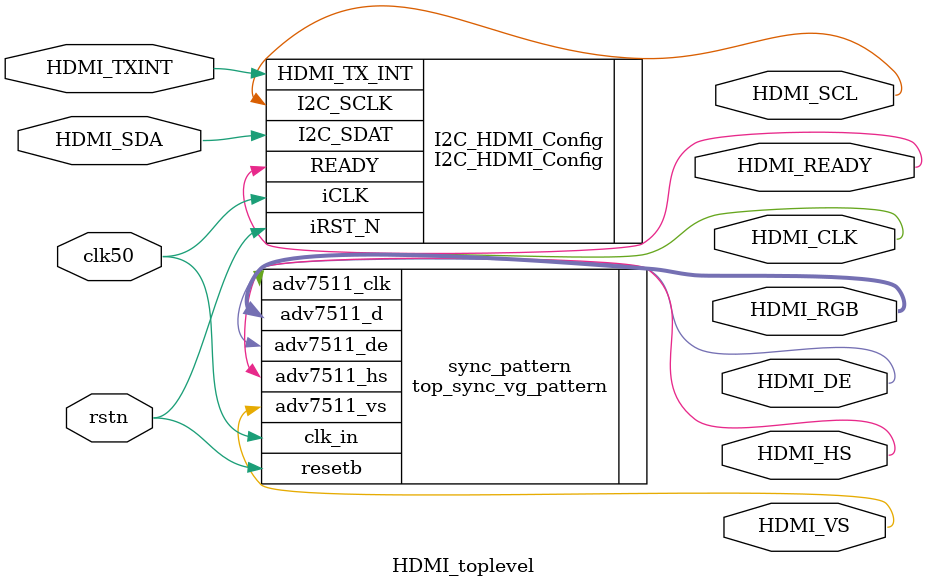
<source format=v>
/*
Author(s): Steven Miller
Date created: October 17 2024
Purpose: sets up HDMI(hopefully)
Notes: Not my code. Taken from various sources that im too lazy to list rn.
log:
	$ Steven 10/17/2024: initial creation
*/


module HDMI_toplevel
(
	input clk50,
	input rstn,
	//HDMI data
	output HDMI_HS,
	output HDMI_VS,
	output[23:0] HDMI_RGB,
	output HDMI_CLK,
	output HDMI_DE,
	output HDMI_READY,
	//HDMI i2c
	output HDMI_SCL,
	inout HDMI_SDA,
	input HDMI_TXINT
);


top_sync_vg_pattern
sync_pattern
(

.clk_in(clk50),

.resetb(rstn),

.adv7511_hs(HDMI_HS), // HS output to ADV7511

.adv7511_vs(HDMI_VS), // VS output to ADV7511

.adv7511_clk(HDMI_CLK), // ADV7511: CLK

.adv7511_d(HDMI_RGB), // data

.adv7511_de(HDMI_DE), // ADV7511: DE

//input wire [5:0] pb

) ;


//im 99% sure this works

// **I2C Interface for ADV7513 initial config**
I2C_HDMI_Config #(
  .CLK_Freq (50000000), // we work with a 50MHz clock
  .I2C_Freq (20000)   // 20kHz clock for I2C clock
  )

  I2C_HDMI_Config (
  .iCLK        (clk50),
  .iRST_N      (rstn),
  .I2C_SCLK    (HDMI_SCL),
  .I2C_SDAT    (HDMI_SDA),
  .HDMI_TX_INT (HDMI_TXINT),
  .READY       (HDMI_READY)
);
endmodule
</source>
